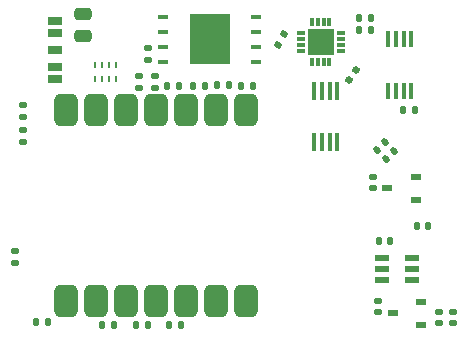
<source format=gbr>
%TF.GenerationSoftware,KiCad,Pcbnew,8.0.4*%
%TF.CreationDate,2025-03-23T22:29:41-04:00*%
%TF.ProjectId,wsg3.0,77736733-2e30-42e6-9b69-6361645f7063,rev?*%
%TF.SameCoordinates,Original*%
%TF.FileFunction,Paste,Top*%
%TF.FilePolarity,Positive*%
%FSLAX46Y46*%
G04 Gerber Fmt 4.6, Leading zero omitted, Abs format (unit mm)*
G04 Created by KiCad (PCBNEW 8.0.4) date 2025-03-23 22:29:41*
%MOMM*%
%LPD*%
G01*
G04 APERTURE LIST*
G04 Aperture macros list*
%AMRoundRect*
0 Rectangle with rounded corners*
0 $1 Rounding radius*
0 $2 $3 $4 $5 $6 $7 $8 $9 X,Y pos of 4 corners*
0 Add a 4 corners polygon primitive as box body*
4,1,4,$2,$3,$4,$5,$6,$7,$8,$9,$2,$3,0*
0 Add four circle primitives for the rounded corners*
1,1,$1+$1,$2,$3*
1,1,$1+$1,$4,$5*
1,1,$1+$1,$6,$7*
1,1,$1+$1,$8,$9*
0 Add four rect primitives between the rounded corners*
20,1,$1+$1,$2,$3,$4,$5,0*
20,1,$1+$1,$4,$5,$6,$7,0*
20,1,$1+$1,$6,$7,$8,$9,0*
20,1,$1+$1,$8,$9,$2,$3,0*%
G04 Aperture macros list end*
%ADD10R,0.850000X0.600000*%
%ADD11RoundRect,0.140000X-0.058955X0.212189X-0.219557X-0.017173X0.058955X-0.212189X0.219557X0.017173X0*%
%ADD12RoundRect,0.135000X0.135000X0.185000X-0.135000X0.185000X-0.135000X-0.185000X0.135000X-0.185000X0*%
%ADD13RoundRect,0.140000X-0.170000X0.140000X-0.170000X-0.140000X0.170000X-0.140000X0.170000X0.140000X0*%
%ADD14R,1.200000X0.600000*%
%ADD15RoundRect,0.135000X-0.185000X0.135000X-0.185000X-0.135000X0.185000X-0.135000X0.185000X0.135000X0*%
%ADD16RoundRect,0.140000X0.140000X0.170000X-0.140000X0.170000X-0.140000X-0.170000X0.140000X-0.170000X0*%
%ADD17RoundRect,0.250000X0.475000X-0.250000X0.475000X0.250000X-0.475000X0.250000X-0.475000X-0.250000X0*%
%ADD18R,0.431800X1.498600*%
%ADD19RoundRect,0.135000X-0.135000X-0.185000X0.135000X-0.185000X0.135000X0.185000X-0.135000X0.185000X0*%
%ADD20RoundRect,0.135000X-0.092715X0.209413X-0.227715X-0.024413X0.092715X-0.209413X0.227715X0.024413X0*%
%ADD21RoundRect,0.140000X-0.021213X0.219203X-0.219203X0.021213X0.021213X-0.219203X0.219203X-0.021213X0*%
%ADD22RoundRect,0.140000X-0.140000X-0.170000X0.140000X-0.170000X0.140000X0.170000X-0.140000X0.170000X0*%
%ADD23R,0.950000X0.450000*%
%ADD24R,3.450000X4.350000*%
%ADD25R,0.450000X1.400000*%
%ADD26RoundRect,0.140000X0.170000X-0.140000X0.170000X0.140000X-0.170000X0.140000X-0.170000X-0.140000X0*%
%ADD27R,0.260000X0.530000*%
%ADD28R,0.300000X0.800000*%
%ADD29R,0.800000X0.300000*%
%ADD30R,2.240000X2.240000*%
%ADD31RoundRect,0.500000X0.500000X-0.875000X0.500000X0.875000X-0.500000X0.875000X-0.500000X-0.875000X0*%
%ADD32R,1.200000X0.750000*%
G04 APERTURE END LIST*
D10*
%TO.C,PS1*%
X44090000Y-27740000D03*
X44090000Y-25820000D03*
X41690000Y-26780000D03*
%TD*%
%TO.C,PS3*%
X43660000Y-17170000D03*
X43660000Y-15250000D03*
X41260000Y-16210000D03*
%TD*%
D11*
%TO.C,C6*%
X38595317Y-6206807D03*
X38044683Y-6993193D03*
%TD*%
D12*
%TO.C,R8*%
X39890000Y-1750000D03*
X38870000Y-1750000D03*
%TD*%
D13*
%TO.C,C5*%
X46770000Y-26660000D03*
X46770000Y-27620000D03*
%TD*%
D14*
%TO.C,IC2*%
X43320000Y-23980000D03*
X43320000Y-23030000D03*
X43320000Y-22080000D03*
X40820000Y-22080000D03*
X40820000Y-23030000D03*
X40820000Y-23980000D03*
%TD*%
D15*
%TO.C,R13*%
X9720000Y-21490000D03*
X9720000Y-22510000D03*
%TD*%
D16*
%TO.C,C9*%
X44700000Y-19370000D03*
X43740000Y-19370000D03*
%TD*%
D17*
%TO.C,C8*%
X15520000Y-3340000D03*
X15520000Y-1440000D03*
%TD*%
D18*
%TO.C,U2*%
X37005200Y-7935600D03*
X36370200Y-7935600D03*
X35709800Y-7935600D03*
X35074800Y-7935600D03*
X35074800Y-12304400D03*
X35709800Y-12304400D03*
X36370200Y-12304400D03*
X37005200Y-12304400D03*
%TD*%
D19*
%TO.C,R3*%
X24830000Y-7500000D03*
X25850000Y-7500000D03*
%TD*%
D20*
%TO.C,R14*%
X32525000Y-3158327D03*
X32015000Y-4041673D03*
%TD*%
D21*
%TO.C,C10*%
X41809411Y-13040589D03*
X41130589Y-13719411D03*
%TD*%
D22*
%TO.C,C2*%
X40510000Y-20650000D03*
X41470000Y-20650000D03*
%TD*%
D12*
%TO.C,R12*%
X20960000Y-27790000D03*
X19940000Y-27790000D03*
%TD*%
D23*
%TO.C,IC4*%
X22300000Y-1680000D03*
X22300000Y-2950000D03*
X22300000Y-4220000D03*
X22300000Y-5490000D03*
X30100000Y-5490000D03*
X30100000Y-4220000D03*
X30100000Y-2950000D03*
X30100000Y-1680000D03*
D24*
X26200000Y-3585000D03*
%TD*%
D25*
%TO.C,IC3*%
X41325000Y-7930000D03*
X41975000Y-7930000D03*
X42625000Y-7930000D03*
X43275000Y-7930000D03*
X43275000Y-3530000D03*
X42625000Y-3530000D03*
X41975000Y-3530000D03*
X41325000Y-3530000D03*
%TD*%
D19*
%TO.C,R4*%
X11480000Y-27550000D03*
X12500000Y-27550000D03*
%TD*%
D12*
%TO.C,R6*%
X43620000Y-9580000D03*
X42600000Y-9580000D03*
%TD*%
D26*
%TO.C,C7*%
X40020000Y-16210000D03*
X40020000Y-15250000D03*
%TD*%
D21*
%TO.C,C11*%
X41079411Y-12250589D03*
X40400589Y-12929411D03*
%TD*%
D22*
%TO.C,C1*%
X38880000Y-2810000D03*
X39840000Y-2810000D03*
%TD*%
D15*
%TO.C,R10*%
X10430000Y-9180000D03*
X10430000Y-10200000D03*
%TD*%
D12*
%TO.C,R2*%
X29860000Y-7500000D03*
X28840000Y-7500000D03*
%TD*%
%TO.C,R7*%
X23820000Y-27790000D03*
X22800000Y-27790000D03*
%TD*%
D19*
%TO.C,R1*%
X26820000Y-7490000D03*
X27840000Y-7490000D03*
%TD*%
D15*
%TO.C,R11*%
X10430000Y-11260000D03*
X10430000Y-12280000D03*
%TD*%
D13*
%TO.C,C4*%
X45630000Y-26670000D03*
X45630000Y-27630000D03*
%TD*%
D27*
%TO.C,PS2*%
X18310000Y-5720000D03*
X17710000Y-5720000D03*
X17110000Y-5720000D03*
X16510000Y-5720000D03*
X16510000Y-6920000D03*
X17110000Y-6920000D03*
X17710000Y-6920000D03*
X18310000Y-6920000D03*
%TD*%
D15*
%TO.C,R16*%
X20990000Y-4280000D03*
X20990000Y-5300000D03*
%TD*%
D28*
%TO.C,IC1*%
X34850000Y-5490000D03*
X35350000Y-5490000D03*
X35850000Y-5490000D03*
X36350000Y-5490000D03*
D29*
X37300000Y-4540000D03*
X37300000Y-4040000D03*
X37300000Y-3540000D03*
X37300000Y-3040000D03*
D28*
X36350000Y-2090000D03*
X35850000Y-2090000D03*
X35350000Y-2090000D03*
X34850000Y-2090000D03*
D29*
X33900000Y-3040000D03*
X33900000Y-3540000D03*
X33900000Y-4040000D03*
X33900000Y-4540000D03*
D30*
X35600000Y-3790000D03*
%TD*%
D26*
%TO.C,C3*%
X40460000Y-26680000D03*
X40460000Y-25720000D03*
%TD*%
D31*
%TO.C,U1*%
X14010000Y-25730000D03*
X16550000Y-25730000D03*
X19090000Y-25730000D03*
X21630000Y-25730000D03*
X24170000Y-25730000D03*
X26710000Y-25730000D03*
X29250000Y-25730000D03*
X29250000Y-9565000D03*
X26710000Y-9565000D03*
X24170000Y-9565000D03*
X21630000Y-9565000D03*
X19090000Y-9565000D03*
X16550000Y-9565000D03*
X14028500Y-9565000D03*
%TD*%
D15*
%TO.C,R17*%
X21610000Y-6710000D03*
X21610000Y-7730000D03*
%TD*%
D32*
%TO.C,J2*%
X13140000Y-2020000D03*
X13140000Y-5920000D03*
X13140000Y-4470000D03*
X13140000Y-6920000D03*
X13140000Y-3020000D03*
%TD*%
D15*
%TO.C,R19*%
X20260000Y-6690000D03*
X20260000Y-7710000D03*
%TD*%
D12*
%TO.C,R5*%
X18090000Y-27790000D03*
X17070000Y-27790000D03*
%TD*%
%TO.C,R18*%
X23610000Y-7540000D03*
X22590000Y-7540000D03*
%TD*%
M02*

</source>
